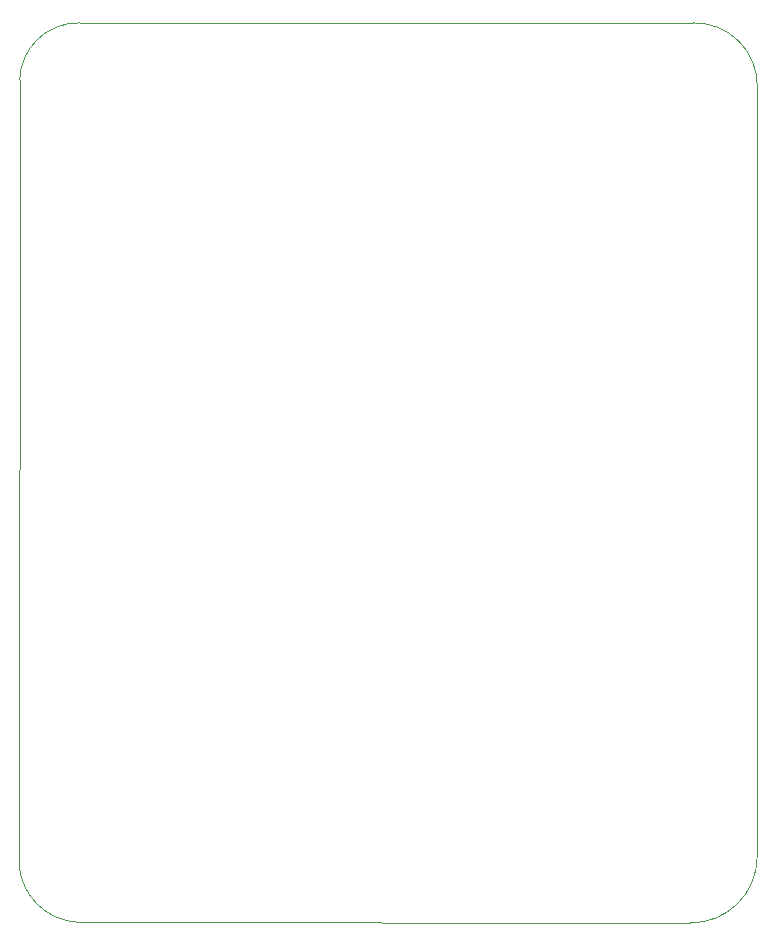
<source format=gbr>
%TF.GenerationSoftware,KiCad,Pcbnew,(6.0.9)*%
%TF.CreationDate,2022-11-20T17:42:04-05:00*%
%TF.ProjectId,Nemesis-MixSigPCB,4e656d65-7369-4732-9d4d-697853696750,rev?*%
%TF.SameCoordinates,Original*%
%TF.FileFunction,Profile,NP*%
%FSLAX46Y46*%
G04 Gerber Fmt 4.6, Leading zero omitted, Abs format (unit mm)*
G04 Created by KiCad (PCBNEW (6.0.9)) date 2022-11-20 17:42:04*
%MOMM*%
%LPD*%
G01*
G04 APERTURE LIST*
%TA.AperFunction,Profile*%
%ADD10C,0.100000*%
%TD*%
G04 APERTURE END LIST*
D10*
X37300001Y-68700000D02*
X37250000Y-135200000D01*
X42250000Y-140000000D02*
X94050000Y-140050000D01*
X42400000Y-63849996D02*
G75*
G03*
X37300001Y-68700000I-148760J-4950014D01*
G01*
X99743576Y-134437538D02*
X99750000Y-69250000D01*
X99750008Y-69250000D02*
G75*
G03*
X94300000Y-63850000I-5305308J95800D01*
G01*
X94050000Y-140049998D02*
G75*
G03*
X99743576Y-134437538I80540J5612458D01*
G01*
X42400000Y-63850000D02*
X94300000Y-63850000D01*
X37250061Y-135199995D02*
G75*
G03*
X42250000Y-140000000I5256739J471595D01*
G01*
M02*

</source>
